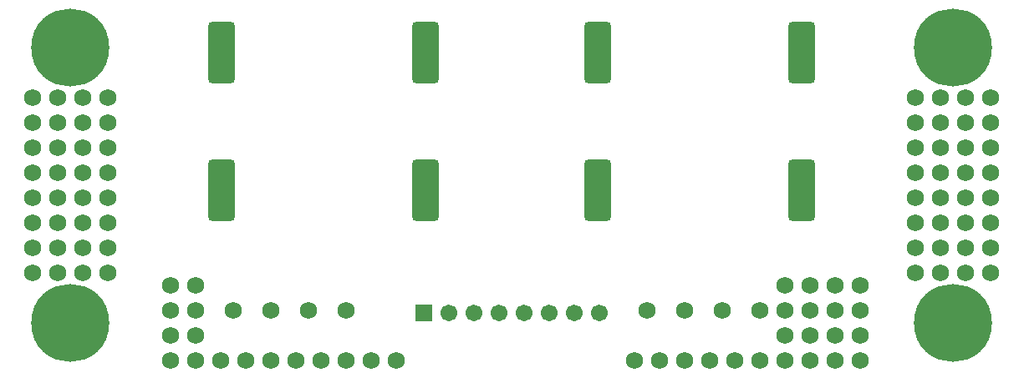
<source format=gts>
G04 Layer_Color=8388736*
%FSLAX23Y23*%
%MOIN*%
G70*
G01*
G75*
G04:AMPARAMS|DCode=19|XSize=106mil|YSize=244mil|CornerRadius=16mil|HoleSize=0mil|Usage=FLASHONLY|Rotation=180.000|XOffset=0mil|YOffset=0mil|HoleType=Round|Shape=RoundedRectangle|*
%AMROUNDEDRECTD19*
21,1,0.106,0.212,0,0,180.0*
21,1,0.074,0.244,0,0,180.0*
1,1,0.033,-0.037,0.106*
1,1,0.033,0.037,0.106*
1,1,0.033,0.037,-0.106*
1,1,0.033,-0.037,-0.106*
%
%ADD19ROUNDEDRECTD19*%
%ADD20C,0.068*%
%ADD21C,0.311*%
%ADD22C,0.067*%
%ADD23R,0.067X0.067*%
D19*
X1617Y1280D02*
D03*
X803D02*
D03*
X1617Y730D02*
D03*
X803D02*
D03*
X3117D02*
D03*
X2303D02*
D03*
X3117Y1280D02*
D03*
X2303D02*
D03*
D20*
X3050Y150D02*
D03*
Y250D02*
D03*
Y350D02*
D03*
X3250Y250D02*
D03*
Y150D02*
D03*
Y50D02*
D03*
X3350D02*
D03*
Y150D02*
D03*
Y250D02*
D03*
Y350D02*
D03*
X3250D02*
D03*
X3150D02*
D03*
Y250D02*
D03*
Y150D02*
D03*
Y50D02*
D03*
X3050D02*
D03*
X2950D02*
D03*
X2850D02*
D03*
X2750D02*
D03*
X2650D02*
D03*
X2550D02*
D03*
X2450D02*
D03*
X700Y150D02*
D03*
Y250D02*
D03*
Y350D02*
D03*
X600D02*
D03*
Y250D02*
D03*
Y150D02*
D03*
Y50D02*
D03*
X700D02*
D03*
X800D02*
D03*
X900D02*
D03*
X1000D02*
D03*
X1100D02*
D03*
X1200D02*
D03*
X1300D02*
D03*
X1400D02*
D03*
X1500D02*
D03*
X3570Y1000D02*
D03*
X3670D02*
D03*
X3770D02*
D03*
Y1100D02*
D03*
X3670D02*
D03*
X3570D02*
D03*
X3870D02*
D03*
Y1000D02*
D03*
Y800D02*
D03*
Y900D02*
D03*
X3570D02*
D03*
X3670D02*
D03*
X3770D02*
D03*
Y800D02*
D03*
X3670D02*
D03*
X3570D02*
D03*
X3870Y600D02*
D03*
Y700D02*
D03*
X3570D02*
D03*
X3670D02*
D03*
X3770D02*
D03*
Y600D02*
D03*
X3670D02*
D03*
X3570D02*
D03*
X3870Y400D02*
D03*
Y500D02*
D03*
X3570D02*
D03*
X3670D02*
D03*
X3770D02*
D03*
Y400D02*
D03*
X3670D02*
D03*
X3570D02*
D03*
X50D02*
D03*
X150D02*
D03*
X250D02*
D03*
Y500D02*
D03*
X150D02*
D03*
X50D02*
D03*
X350D02*
D03*
Y400D02*
D03*
X50Y600D02*
D03*
X150D02*
D03*
X250D02*
D03*
Y700D02*
D03*
X150D02*
D03*
X50D02*
D03*
X350D02*
D03*
Y600D02*
D03*
X50Y800D02*
D03*
X150D02*
D03*
X250D02*
D03*
Y900D02*
D03*
X150D02*
D03*
X50D02*
D03*
X350D02*
D03*
Y800D02*
D03*
Y1000D02*
D03*
Y1100D02*
D03*
X50D02*
D03*
X150D02*
D03*
X250D02*
D03*
Y1000D02*
D03*
X150D02*
D03*
X50D02*
D03*
X850Y250D02*
D03*
X1000D02*
D03*
X1150D02*
D03*
X1300D02*
D03*
X2500D02*
D03*
X2650D02*
D03*
X2800D02*
D03*
X2950D02*
D03*
D21*
X200Y200D02*
D03*
Y1300D02*
D03*
X3720D02*
D03*
Y200D02*
D03*
D22*
X2310Y240D02*
D03*
X2210D02*
D03*
X2110D02*
D03*
X2010D02*
D03*
X1910D02*
D03*
X1810D02*
D03*
X1710D02*
D03*
D23*
X1610D02*
D03*
M02*

</source>
